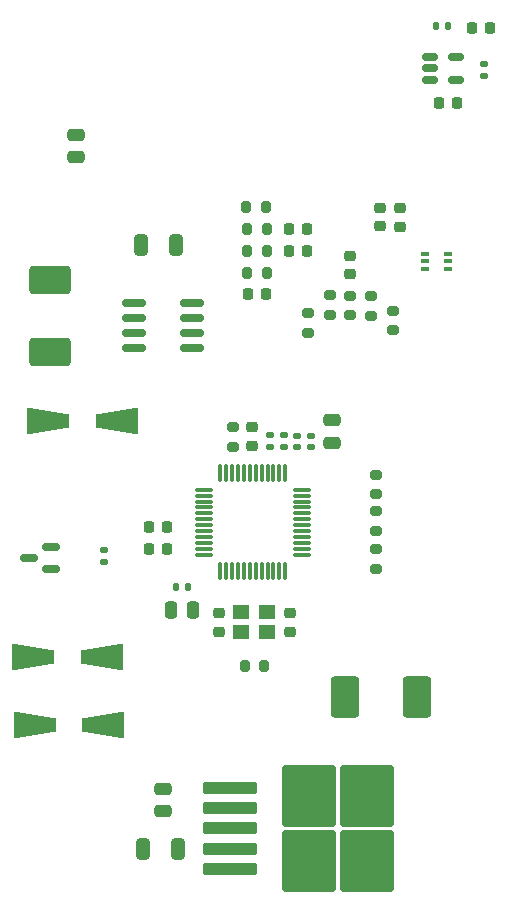
<source format=gbr>
%TF.GenerationSoftware,KiCad,Pcbnew,8.0.8*%
%TF.CreationDate,2025-03-18T13:34:46+03:00*%
%TF.ProjectId,s0-base-board,73302d62-6173-4652-9d62-6f6172642e6b,rev?*%
%TF.SameCoordinates,Original*%
%TF.FileFunction,Paste,Top*%
%TF.FilePolarity,Positive*%
%FSLAX46Y46*%
G04 Gerber Fmt 4.6, Leading zero omitted, Abs format (unit mm)*
G04 Created by KiCad (PCBNEW 8.0.8) date 2025-03-18 13:34:46*
%MOMM*%
%LPD*%
G01*
G04 APERTURE LIST*
G04 Aperture macros list*
%AMRoundRect*
0 Rectangle with rounded corners*
0 $1 Rounding radius*
0 $2 $3 $4 $5 $6 $7 $8 $9 X,Y pos of 4 corners*
0 Add a 4 corners polygon primitive as box body*
4,1,4,$2,$3,$4,$5,$6,$7,$8,$9,$2,$3,0*
0 Add four circle primitives for the rounded corners*
1,1,$1+$1,$2,$3*
1,1,$1+$1,$4,$5*
1,1,$1+$1,$6,$7*
1,1,$1+$1,$8,$9*
0 Add four rect primitives between the rounded corners*
20,1,$1+$1,$2,$3,$4,$5,0*
20,1,$1+$1,$4,$5,$6,$7,0*
20,1,$1+$1,$6,$7,$8,$9,0*
20,1,$1+$1,$8,$9,$2,$3,0*%
%AMOutline4P*
0 Free polygon, 4 corners , with rotation*
0 The origin of the aperture is its center*
0 number of corners: always 4*
0 $1 to $8 corner X, Y*
0 $9 Rotation angle, in degrees counterclockwise*
0 create outline with 4 corners*
4,1,4,$1,$2,$3,$4,$5,$6,$7,$8,$1,$2,$9*%
G04 Aperture macros list end*
%ADD10RoundRect,0.250000X-0.925000X-1.500000X0.925000X-1.500000X0.925000X1.500000X-0.925000X1.500000X0*%
%ADD11RoundRect,0.250000X-0.325000X-0.650000X0.325000X-0.650000X0.325000X0.650000X-0.325000X0.650000X0*%
%ADD12Outline4P,-1.800000X-1.150000X1.800000X-0.550000X1.800000X0.550000X-1.800000X1.150000X0.000000*%
%ADD13Outline4P,-1.800000X-1.150000X1.800000X-0.550000X1.800000X0.550000X-1.800000X1.150000X180.000000*%
%ADD14R,1.400000X1.200000*%
%ADD15RoundRect,0.250000X1.500000X-0.925000X1.500000X0.925000X-1.500000X0.925000X-1.500000X-0.925000X0*%
%ADD16RoundRect,0.075000X-0.075000X0.662500X-0.075000X-0.662500X0.075000X-0.662500X0.075000X0.662500X0*%
%ADD17RoundRect,0.075000X-0.662500X0.075000X-0.662500X-0.075000X0.662500X-0.075000X0.662500X0.075000X0*%
%ADD18RoundRect,0.200000X0.200000X0.275000X-0.200000X0.275000X-0.200000X-0.275000X0.200000X-0.275000X0*%
%ADD19RoundRect,0.225000X0.250000X-0.225000X0.250000X0.225000X-0.250000X0.225000X-0.250000X-0.225000X0*%
%ADD20RoundRect,0.200000X-0.275000X0.200000X-0.275000X-0.200000X0.275000X-0.200000X0.275000X0.200000X0*%
%ADD21RoundRect,0.150000X-0.512500X-0.150000X0.512500X-0.150000X0.512500X0.150000X-0.512500X0.150000X0*%
%ADD22RoundRect,0.225000X0.225000X0.250000X-0.225000X0.250000X-0.225000X-0.250000X0.225000X-0.250000X0*%
%ADD23RoundRect,0.140000X0.170000X-0.140000X0.170000X0.140000X-0.170000X0.140000X-0.170000X-0.140000X0*%
%ADD24RoundRect,0.250000X-2.050000X-0.300000X2.050000X-0.300000X2.050000X0.300000X-2.050000X0.300000X0*%
%ADD25RoundRect,0.250000X-2.025000X-2.375000X2.025000X-2.375000X2.025000X2.375000X-2.025000X2.375000X0*%
%ADD26RoundRect,0.200000X0.275000X-0.200000X0.275000X0.200000X-0.275000X0.200000X-0.275000X-0.200000X0*%
%ADD27RoundRect,0.250000X0.250000X0.475000X-0.250000X0.475000X-0.250000X-0.475000X0.250000X-0.475000X0*%
%ADD28RoundRect,0.218750X-0.256250X0.218750X-0.256250X-0.218750X0.256250X-0.218750X0.256250X0.218750X0*%
%ADD29RoundRect,0.135000X0.135000X0.185000X-0.135000X0.185000X-0.135000X-0.185000X0.135000X-0.185000X0*%
%ADD30RoundRect,0.225000X-0.250000X0.225000X-0.250000X-0.225000X0.250000X-0.225000X0.250000X0.225000X0*%
%ADD31RoundRect,0.250000X0.475000X-0.250000X0.475000X0.250000X-0.475000X0.250000X-0.475000X-0.250000X0*%
%ADD32RoundRect,0.250000X-0.475000X0.250000X-0.475000X-0.250000X0.475000X-0.250000X0.475000X0.250000X0*%
%ADD33RoundRect,0.150000X0.587500X0.150000X-0.587500X0.150000X-0.587500X-0.150000X0.587500X-0.150000X0*%
%ADD34RoundRect,0.150000X-0.825000X-0.150000X0.825000X-0.150000X0.825000X0.150000X-0.825000X0.150000X0*%
%ADD35RoundRect,0.250000X0.325000X0.650000X-0.325000X0.650000X-0.325000X-0.650000X0.325000X-0.650000X0*%
%ADD36RoundRect,0.140000X0.140000X0.170000X-0.140000X0.170000X-0.140000X-0.170000X0.140000X-0.170000X0*%
%ADD37RoundRect,0.135000X0.185000X-0.135000X0.185000X0.135000X-0.185000X0.135000X-0.185000X-0.135000X0*%
%ADD38RoundRect,0.100000X-0.225000X-0.100000X0.225000X-0.100000X0.225000X0.100000X-0.225000X0.100000X0*%
%ADD39RoundRect,0.218750X-0.218750X-0.256250X0.218750X-0.256250X0.218750X0.256250X-0.218750X0.256250X0*%
%ADD40RoundRect,0.225000X-0.225000X-0.250000X0.225000X-0.250000X0.225000X0.250000X-0.225000X0.250000X0*%
%ADD41RoundRect,0.200000X-0.200000X-0.275000X0.200000X-0.275000X0.200000X0.275000X-0.200000X0.275000X0*%
G04 APERTURE END LIST*
D10*
%TO.C,L2*%
X194875000Y-110150000D03*
X200925000Y-110150000D03*
%TD*%
D11*
%TO.C,C6*%
X177600000Y-71900000D03*
X180550000Y-71900000D03*
%TD*%
D12*
%TO.C,D2*%
X169700000Y-86800000D03*
D13*
X175500000Y-86800000D03*
%TD*%
D14*
%TO.C,Y1*%
X186050000Y-104700000D03*
X188250000Y-104700000D03*
X188250000Y-103000000D03*
X186050000Y-103000000D03*
%TD*%
D15*
%TO.C,L1*%
X169850000Y-80925000D03*
X169850000Y-74875000D03*
%TD*%
D16*
%TO.C,U4*%
X189775000Y-91212500D03*
X189275000Y-91212500D03*
X188775000Y-91212500D03*
X188275000Y-91212500D03*
X187775000Y-91212500D03*
X187275000Y-91212500D03*
X186775000Y-91212500D03*
X186275000Y-91212500D03*
X185775000Y-91212500D03*
X185275000Y-91212500D03*
X184775000Y-91212500D03*
X184275000Y-91212500D03*
D17*
X182862500Y-92625000D03*
X182862500Y-93125000D03*
X182862500Y-93625000D03*
X182862500Y-94125000D03*
X182862500Y-94625000D03*
X182862500Y-95125000D03*
X182862500Y-95625000D03*
X182862500Y-96125000D03*
X182862500Y-96625000D03*
X182862500Y-97125000D03*
X182862500Y-97625000D03*
X182862500Y-98125000D03*
D16*
X184275000Y-99537500D03*
X184775000Y-99537500D03*
X185275000Y-99537500D03*
X185775000Y-99537500D03*
X186275000Y-99537500D03*
X186775000Y-99537500D03*
X187275000Y-99537500D03*
X187775000Y-99537500D03*
X188275000Y-99537500D03*
X188775000Y-99537500D03*
X189275000Y-99537500D03*
X189775000Y-99537500D03*
D17*
X191187500Y-98125000D03*
X191187500Y-97625000D03*
X191187500Y-97125000D03*
X191187500Y-96625000D03*
X191187500Y-96125000D03*
X191187500Y-95625000D03*
X191187500Y-95125000D03*
X191187500Y-94625000D03*
X191187500Y-94125000D03*
X191187500Y-93625000D03*
X191187500Y-93125000D03*
X191187500Y-92625000D03*
%TD*%
D18*
%TO.C,R12*%
X188200000Y-72450000D03*
X186550000Y-72450000D03*
%TD*%
%TO.C,R15*%
X188200000Y-70550000D03*
X186550000Y-70550000D03*
%TD*%
D19*
%TO.C,C11*%
X190175000Y-104625000D03*
X190175000Y-103075000D03*
%TD*%
D20*
%TO.C,R9*%
X185325000Y-87350000D03*
X185325000Y-89000000D03*
%TD*%
D21*
%TO.C,U1*%
X202000000Y-56000000D03*
X202000000Y-56950000D03*
X202000000Y-57900000D03*
X204275000Y-57900000D03*
X204275000Y-56000000D03*
%TD*%
D22*
%TO.C,C15*%
X179800000Y-97675000D03*
X178250000Y-97675000D03*
%TD*%
%TO.C,C1*%
X204350000Y-59900000D03*
X202800000Y-59900000D03*
%TD*%
D23*
%TO.C,C10*%
X189650000Y-88985000D03*
X189650000Y-88025000D03*
%TD*%
D24*
%TO.C,U3*%
X185100000Y-117900000D03*
X185100000Y-119600000D03*
X185100000Y-121300000D03*
D25*
X191825000Y-118525000D03*
X191825000Y-124075000D03*
X196675000Y-118525000D03*
X196675000Y-124075000D03*
D24*
X185100000Y-123000000D03*
X185100000Y-124700000D03*
%TD*%
D26*
%TO.C,R6*%
X197425000Y-96100000D03*
X197425000Y-94450000D03*
%TD*%
D20*
%TO.C,R14*%
X191700000Y-77700000D03*
X191700000Y-79350000D03*
%TD*%
D27*
%TO.C,C12*%
X182000000Y-102775000D03*
X180100000Y-102775000D03*
%TD*%
D26*
%TO.C,R18*%
X195300000Y-77850000D03*
X195300000Y-76200000D03*
%TD*%
D28*
%TO.C,L3*%
X187000000Y-87312500D03*
X187000000Y-88887500D03*
%TD*%
D18*
%TO.C,R10*%
X188225000Y-74250000D03*
X186575000Y-74250000D03*
%TD*%
D29*
%TO.C,R4*%
X203585000Y-53400000D03*
X202565000Y-53400000D03*
%TD*%
D26*
%TO.C,R17*%
X197000000Y-77875000D03*
X197000000Y-76225000D03*
%TD*%
D30*
%TO.C,C20*%
X195300000Y-72800000D03*
X195300000Y-74350000D03*
%TD*%
D19*
%TO.C,C3*%
X197800000Y-70325000D03*
X197800000Y-68775000D03*
%TD*%
D31*
%TO.C,C21*%
X193750000Y-88650000D03*
X193750000Y-86750000D03*
%TD*%
D32*
%TO.C,C5*%
X179450000Y-117950000D03*
X179450000Y-119850000D03*
%TD*%
D33*
%TO.C,Q1*%
X169950000Y-99340000D03*
X169950000Y-97440000D03*
X168075000Y-98390000D03*
%TD*%
D34*
%TO.C,U2*%
X176950000Y-76840000D03*
X176950000Y-78110000D03*
X176950000Y-79380000D03*
X176950000Y-80650000D03*
X181900000Y-80650000D03*
X181900000Y-79380000D03*
X181900000Y-78110000D03*
X181900000Y-76840000D03*
%TD*%
D26*
%TO.C,R7*%
X197425000Y-99300000D03*
X197425000Y-97650000D03*
%TD*%
D22*
%TO.C,C17*%
X179775000Y-95750000D03*
X178225000Y-95750000D03*
%TD*%
D19*
%TO.C,C8*%
X184175000Y-104625000D03*
X184175000Y-103075000D03*
%TD*%
D35*
%TO.C,C7*%
X180675000Y-123050000D03*
X177725000Y-123050000D03*
%TD*%
D12*
%TO.C,D4*%
X168550000Y-112550000D03*
D13*
X174350000Y-112550000D03*
%TD*%
D36*
%TO.C,C14*%
X181530000Y-100875000D03*
X180570000Y-100875000D03*
%TD*%
D37*
%TO.C,R19*%
X174450000Y-98750000D03*
X174450000Y-97730000D03*
%TD*%
D23*
%TO.C,C13*%
X190800000Y-89000000D03*
X190800000Y-88040000D03*
%TD*%
D20*
%TO.C,R13*%
X198900000Y-77475000D03*
X198900000Y-79125000D03*
%TD*%
D12*
%TO.C,D3*%
X168450000Y-106800000D03*
D13*
X174250000Y-106800000D03*
%TD*%
D38*
%TO.C,U5*%
X201650000Y-72625000D03*
X201650000Y-73275000D03*
X201650000Y-73925000D03*
X203550000Y-73925000D03*
X203550000Y-73275000D03*
X203550000Y-72625000D03*
%TD*%
D39*
%TO.C,D1*%
X205550000Y-53500000D03*
X207125000Y-53500000D03*
%TD*%
D18*
%TO.C,R11*%
X188125000Y-68650000D03*
X186475000Y-68650000D03*
%TD*%
D20*
%TO.C,R5*%
X197425000Y-91350000D03*
X197425000Y-93000000D03*
%TD*%
D40*
%TO.C,C22*%
X186625000Y-76050000D03*
X188175000Y-76050000D03*
%TD*%
D26*
%TO.C,R16*%
X193600000Y-77825000D03*
X193600000Y-76175000D03*
%TD*%
D37*
%TO.C,R1*%
X206575000Y-57610000D03*
X206575000Y-56590000D03*
%TD*%
D23*
%TO.C,C16*%
X191950000Y-89000000D03*
X191950000Y-88040000D03*
%TD*%
%TO.C,C9*%
X188500000Y-88965000D03*
X188500000Y-88005000D03*
%TD*%
D19*
%TO.C,C2*%
X199500000Y-70350000D03*
X199500000Y-68800000D03*
%TD*%
D40*
%TO.C,C18*%
X190100000Y-72450000D03*
X191650000Y-72450000D03*
%TD*%
%TO.C,C19*%
X190100000Y-70550000D03*
X191650000Y-70550000D03*
%TD*%
D32*
%TO.C,C4*%
X172100000Y-62567500D03*
X172100000Y-64467500D03*
%TD*%
D41*
%TO.C,R8*%
X186350000Y-107550000D03*
X188000000Y-107550000D03*
%TD*%
M02*

</source>
